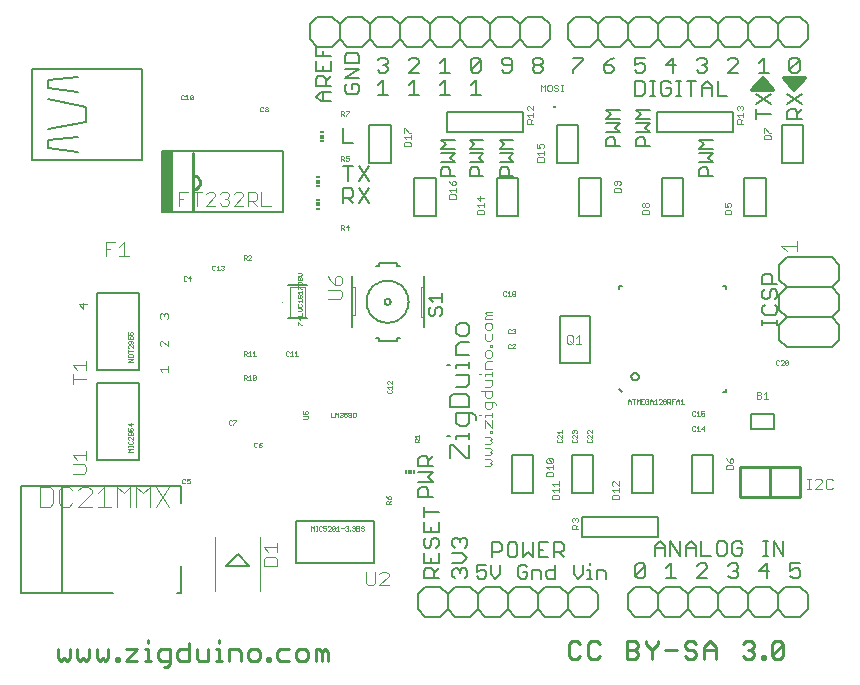
<source format=gto>
G75*
G70*
%OFA0B0*%
%FSLAX24Y24*%
%IPPOS*%
%LPD*%
%AMOC8*
5,1,8,0,0,1.08239X$1,22.5*
%
%ADD10C,0.0050*%
%ADD11C,0.0060*%
%ADD12C,0.0070*%
%ADD13C,0.0110*%
%ADD14C,0.0040*%
%ADD15C,0.0100*%
%ADD16C,0.0120*%
%ADD17C,0.0030*%
%ADD18C,0.0010*%
%ADD19C,0.0020*%
%ADD20R,0.0059X0.0118*%
%ADD21R,0.0118X0.0118*%
%ADD22R,0.0118X0.0059*%
%ADD23C,0.0080*%
%ADD24R,0.0384X0.2047*%
%ADD25C,0.0004*%
%ADD26C,0.0030*%
%ADD27C,0.0000*%
D10*
X000137Y002671D02*
X003197Y002671D01*
X001507Y002681D02*
X001507Y006211D01*
X000137Y006211D01*
X000137Y002671D01*
X001507Y006211D02*
X005447Y006211D01*
X005447Y005671D01*
X005447Y003546D02*
X005447Y002671D01*
X005322Y002671D01*
X015325Y003216D02*
X015400Y003141D01*
X015550Y003141D01*
X015625Y003216D01*
X015625Y003366D01*
X015550Y003441D01*
X015475Y003441D01*
X015325Y003366D01*
X015325Y003591D01*
X015625Y003591D01*
X015785Y003591D02*
X015785Y003291D01*
X015935Y003141D01*
X016086Y003291D01*
X016086Y003591D01*
X016706Y003516D02*
X016706Y003216D01*
X016781Y003141D01*
X016931Y003141D01*
X017006Y003216D01*
X017006Y003366D01*
X016856Y003366D01*
X016706Y003516D02*
X016781Y003591D01*
X016931Y003591D01*
X017006Y003516D01*
X017166Y003441D02*
X017391Y003441D01*
X017467Y003366D01*
X017467Y003141D01*
X017627Y003216D02*
X017627Y003366D01*
X017702Y003441D01*
X017927Y003441D01*
X017927Y003591D02*
X017927Y003141D01*
X017702Y003141D01*
X017627Y003216D01*
X017166Y003141D02*
X017166Y003441D01*
X018547Y003591D02*
X018547Y003291D01*
X018698Y003141D01*
X018848Y003291D01*
X018848Y003591D01*
X019008Y003441D02*
X019083Y003441D01*
X019083Y003141D01*
X019008Y003141D02*
X019158Y003141D01*
X019315Y003141D02*
X019315Y003441D01*
X019540Y003441D01*
X019615Y003366D01*
X019615Y003141D01*
X019083Y003591D02*
X019083Y003666D01*
X018817Y004536D02*
X021376Y004536D01*
X021376Y005205D01*
X018817Y005205D01*
X018817Y004536D01*
X018492Y005991D02*
X019201Y005991D01*
X019201Y007251D01*
X018492Y007251D01*
X018492Y005991D01*
X017201Y005991D02*
X016492Y005991D01*
X016492Y007251D01*
X017201Y007251D01*
X017201Y005991D01*
X020492Y005991D02*
X021201Y005991D01*
X021201Y007251D01*
X020492Y007251D01*
X020492Y005991D01*
X022492Y005991D02*
X022492Y007251D01*
X023201Y007251D01*
X023201Y005991D01*
X022492Y005991D01*
X024453Y008125D02*
X024453Y008617D01*
X025240Y008617D01*
X025240Y008125D01*
X024453Y008125D01*
X023618Y009349D02*
X023520Y009349D01*
X023618Y009349D02*
X023618Y009447D01*
X020472Y009871D02*
X020474Y009893D01*
X020480Y009914D01*
X020489Y009933D01*
X020501Y009951D01*
X020517Y009967D01*
X020534Y009979D01*
X020554Y009988D01*
X020575Y009994D01*
X020597Y009996D01*
X020619Y009994D01*
X020640Y009988D01*
X020659Y009979D01*
X020677Y009967D01*
X020693Y009951D01*
X020705Y009933D01*
X020714Y009914D01*
X020720Y009893D01*
X020722Y009871D01*
X020720Y009849D01*
X020714Y009828D01*
X020705Y009809D01*
X020693Y009791D01*
X020677Y009775D01*
X020660Y009763D01*
X020640Y009754D01*
X020619Y009748D01*
X020597Y009746D01*
X020575Y009748D01*
X020554Y009754D01*
X020534Y009763D01*
X020517Y009775D01*
X020501Y009791D01*
X020489Y009808D01*
X020480Y009828D01*
X020474Y009849D01*
X020472Y009871D01*
X020075Y009447D02*
X020173Y009349D01*
X019089Y010333D02*
X018104Y010333D01*
X018104Y011908D01*
X019089Y011908D01*
X019089Y010333D01*
X020075Y012794D02*
X020075Y012892D01*
X020173Y012892D01*
X019451Y015241D02*
X018742Y015241D01*
X018742Y016501D01*
X019451Y016501D01*
X019451Y015241D01*
X021492Y015241D02*
X022201Y015241D01*
X022201Y016501D01*
X021492Y016501D01*
X021492Y015241D01*
X022740Y016551D02*
X022740Y016776D01*
X022815Y016851D01*
X022965Y016851D01*
X023040Y016776D01*
X023040Y016551D01*
X023190Y016551D02*
X022740Y016551D01*
X022740Y017011D02*
X023190Y017011D01*
X023040Y017161D01*
X023190Y017311D01*
X022740Y017311D01*
X022740Y017471D02*
X022890Y017621D01*
X022740Y017771D01*
X023190Y017771D01*
X023190Y017471D02*
X022740Y017471D01*
X023876Y018036D02*
X021317Y018036D01*
X021317Y018705D01*
X023876Y018705D01*
X023876Y018036D01*
X025492Y018251D02*
X025492Y016991D01*
X026201Y016991D01*
X026201Y018251D01*
X025492Y018251D01*
X024951Y016501D02*
X024242Y016501D01*
X024242Y015241D01*
X024951Y015241D01*
X024951Y016501D01*
X021090Y017551D02*
X020640Y017551D01*
X020640Y017776D01*
X020715Y017851D01*
X020865Y017851D01*
X020940Y017776D01*
X020940Y017551D01*
X021090Y018011D02*
X020640Y018011D01*
X020940Y018161D02*
X021090Y018311D01*
X020640Y018311D01*
X020640Y018471D02*
X020790Y018621D01*
X020640Y018771D01*
X021090Y018771D01*
X021090Y018471D02*
X020640Y018471D01*
X020940Y018161D02*
X021090Y018011D01*
X020090Y018011D02*
X019940Y018161D01*
X020090Y018311D01*
X019640Y018311D01*
X019640Y018471D02*
X019790Y018621D01*
X019640Y018771D01*
X020090Y018771D01*
X020090Y018471D02*
X019640Y018471D01*
X019640Y018011D02*
X020090Y018011D01*
X019865Y017851D02*
X019940Y017776D01*
X019940Y017551D01*
X020090Y017551D02*
X019640Y017551D01*
X019640Y017776D01*
X019715Y017851D01*
X019865Y017851D01*
X018701Y018251D02*
X018701Y016991D01*
X017992Y016991D01*
X017992Y018251D01*
X018701Y018251D01*
X016876Y018036D02*
X014317Y018036D01*
X014317Y018705D01*
X016876Y018705D01*
X016876Y018036D01*
X016540Y017771D02*
X016090Y017771D01*
X016240Y017621D01*
X016090Y017471D01*
X016540Y017471D01*
X016540Y017311D02*
X016390Y017161D01*
X016540Y017011D01*
X016090Y017011D01*
X016165Y016851D02*
X016090Y016776D01*
X016090Y016551D01*
X016540Y016551D01*
X016390Y016551D02*
X016390Y016776D01*
X016315Y016851D01*
X016165Y016851D01*
X015992Y016501D02*
X016701Y016501D01*
X016701Y015241D01*
X015992Y015241D01*
X015992Y016501D01*
X015540Y016551D02*
X015090Y016551D01*
X015090Y016776D01*
X015165Y016851D01*
X015315Y016851D01*
X015390Y016776D01*
X015390Y016551D01*
X015540Y017011D02*
X015090Y017011D01*
X015090Y017311D02*
X015540Y017311D01*
X015390Y017161D01*
X015540Y017011D01*
X015540Y017471D02*
X015090Y017471D01*
X015240Y017621D01*
X015090Y017771D01*
X015540Y017771D01*
X016090Y017311D02*
X016540Y017311D01*
X014580Y017311D02*
X014130Y017311D01*
X014130Y017471D02*
X014280Y017621D01*
X014130Y017771D01*
X014580Y017771D01*
X014580Y017471D02*
X014130Y017471D01*
X014430Y017161D02*
X014580Y017311D01*
X014430Y017161D02*
X014580Y017011D01*
X014130Y017011D01*
X014205Y016851D02*
X014130Y016776D01*
X014130Y016551D01*
X014580Y016551D01*
X014430Y016551D02*
X014430Y016776D01*
X014355Y016851D01*
X014205Y016851D01*
X013951Y016501D02*
X013242Y016501D01*
X013242Y015241D01*
X013951Y015241D01*
X013951Y016501D01*
X012451Y016991D02*
X011742Y016991D01*
X011742Y018251D01*
X012451Y018251D01*
X012451Y016991D01*
X009662Y012930D02*
X009032Y012930D01*
X009032Y011812D02*
X009662Y011812D01*
X013713Y011970D02*
X013789Y011895D01*
X013864Y011895D01*
X013939Y011970D01*
X013939Y012120D01*
X014014Y012195D01*
X014089Y012195D01*
X014164Y012120D01*
X014164Y011970D01*
X014089Y011895D01*
X013713Y011970D02*
X013713Y012120D01*
X013789Y012195D01*
X013864Y012356D02*
X013713Y012506D01*
X014164Y012506D01*
X014164Y012356D02*
X014164Y012656D01*
X023520Y012892D02*
X023618Y012892D01*
X023618Y012794D01*
X004146Y017105D02*
X000504Y017105D01*
X000504Y020136D01*
X004146Y020136D01*
X004146Y017105D01*
X002280Y018371D02*
X001030Y018121D01*
X001030Y017746D02*
X002030Y017871D01*
X002030Y017371D02*
X001030Y017496D01*
X001030Y017746D01*
X001030Y019121D02*
X002280Y018871D01*
X002280Y018371D01*
X002030Y019371D02*
X001030Y019496D01*
X001030Y019746D01*
X002030Y019871D01*
D11*
X009747Y021121D02*
X009747Y021621D01*
X009997Y021871D01*
X010497Y021871D01*
X010747Y021621D01*
X010997Y021871D01*
X011497Y021871D01*
X011747Y021621D01*
X011997Y021871D01*
X012497Y021871D01*
X012747Y021621D01*
X012997Y021871D01*
X013497Y021871D01*
X013747Y021621D01*
X013997Y021871D01*
X014497Y021871D01*
X014747Y021621D01*
X014997Y021871D01*
X015497Y021871D01*
X015747Y021621D01*
X015997Y021871D01*
X016497Y021871D01*
X016747Y021621D01*
X016997Y021871D01*
X017497Y021871D01*
X017747Y021621D01*
X017747Y021121D01*
X017497Y020871D01*
X016997Y020871D01*
X016747Y021121D01*
X016497Y020871D01*
X015997Y020871D01*
X015747Y021121D01*
X015747Y021621D01*
X015747Y021121D02*
X015497Y020871D01*
X014997Y020871D01*
X014747Y021121D01*
X014497Y020871D01*
X013997Y020871D01*
X013747Y021121D01*
X013497Y020871D01*
X012997Y020871D01*
X012747Y021121D01*
X012747Y021621D01*
X012747Y021121D02*
X012497Y020871D01*
X011997Y020871D01*
X011747Y021121D01*
X011497Y020871D01*
X010997Y020871D01*
X010747Y021121D01*
X010497Y020871D01*
X009997Y020871D01*
X009747Y021121D01*
X009963Y020896D02*
X009963Y020568D01*
X010455Y020568D01*
X010455Y020388D02*
X010455Y020061D01*
X009963Y020061D01*
X009963Y020388D01*
X010209Y020224D02*
X010209Y020061D01*
X010209Y019881D02*
X010045Y019881D01*
X009963Y019799D01*
X009963Y019553D01*
X010455Y019553D01*
X010291Y019553D02*
X010291Y019799D01*
X010209Y019881D01*
X010291Y019717D02*
X010455Y019881D01*
X010918Y019813D02*
X011409Y020141D01*
X010918Y020141D01*
X010918Y020321D02*
X010918Y020566D01*
X010999Y020648D01*
X011327Y020648D01*
X011409Y020566D01*
X011409Y020321D01*
X010918Y020321D01*
X010209Y020568D02*
X010209Y020732D01*
X010747Y021121D02*
X010747Y021621D01*
X011747Y021621D02*
X011747Y021121D01*
X012110Y020501D02*
X012277Y020501D01*
X012360Y020418D01*
X012360Y020334D01*
X012277Y020251D01*
X012360Y020167D01*
X012360Y020084D01*
X012277Y020001D01*
X012110Y020001D01*
X012027Y020084D01*
X012193Y020251D02*
X012277Y020251D01*
X012027Y020418D02*
X012110Y020501D01*
X012193Y019751D02*
X012193Y019251D01*
X012027Y019251D02*
X012360Y019251D01*
X012027Y019584D02*
X012193Y019751D01*
X011409Y019813D02*
X010918Y019813D01*
X010999Y019633D02*
X010918Y019551D01*
X010918Y019387D01*
X010999Y019306D01*
X011327Y019306D01*
X011409Y019387D01*
X011409Y019551D01*
X011327Y019633D01*
X011163Y019633D01*
X011163Y019469D01*
X010455Y019373D02*
X010127Y019373D01*
X009963Y019209D01*
X010127Y019046D01*
X010455Y019046D01*
X010209Y019046D02*
X010209Y019373D01*
X010877Y018151D02*
X010877Y017651D01*
X011210Y017651D01*
X011210Y016901D02*
X010877Y016901D01*
X011043Y016901D02*
X011043Y016401D01*
X011127Y016151D02*
X010877Y016151D01*
X010877Y015651D01*
X010877Y015817D02*
X011127Y015817D01*
X011210Y015901D01*
X011210Y016068D01*
X011127Y016151D01*
X011392Y016151D02*
X011726Y015651D01*
X011392Y015651D02*
X011726Y016151D01*
X011726Y016401D02*
X011392Y016901D01*
X011726Y016901D02*
X011392Y016401D01*
X011043Y015817D02*
X011210Y015651D01*
X012047Y013671D02*
X012047Y013571D01*
X011947Y013571D01*
X012047Y013671D02*
X012647Y013671D01*
X012647Y013571D01*
X012747Y013571D01*
X013547Y013221D02*
X013547Y012871D01*
X013547Y011871D01*
X013547Y011521D01*
X012747Y011171D02*
X012647Y011171D01*
X012647Y011071D01*
X012047Y011071D01*
X012047Y011171D01*
X011947Y011171D01*
X011147Y011521D02*
X011147Y011921D01*
X011147Y012871D01*
X011147Y013221D01*
X012247Y012371D02*
X012249Y012391D01*
X012255Y012409D01*
X012264Y012427D01*
X012276Y012442D01*
X012291Y012454D01*
X012309Y012463D01*
X012327Y012469D01*
X012347Y012471D01*
X012367Y012469D01*
X012385Y012463D01*
X012403Y012454D01*
X012418Y012442D01*
X012430Y012427D01*
X012439Y012409D01*
X012445Y012391D01*
X012447Y012371D01*
X012445Y012351D01*
X012439Y012333D01*
X012430Y012315D01*
X012418Y012300D01*
X012403Y012288D01*
X012385Y012279D01*
X012367Y012273D01*
X012347Y012271D01*
X012327Y012273D01*
X012309Y012279D01*
X012291Y012288D01*
X012276Y012300D01*
X012264Y012315D01*
X012255Y012333D01*
X012249Y012351D01*
X012247Y012371D01*
X011647Y012371D02*
X011649Y012423D01*
X011655Y012475D01*
X011665Y012527D01*
X011678Y012577D01*
X011695Y012627D01*
X011716Y012675D01*
X011741Y012721D01*
X011769Y012765D01*
X011800Y012807D01*
X011834Y012847D01*
X011871Y012884D01*
X011911Y012918D01*
X011953Y012949D01*
X011997Y012977D01*
X012043Y013002D01*
X012091Y013023D01*
X012141Y013040D01*
X012191Y013053D01*
X012243Y013063D01*
X012295Y013069D01*
X012347Y013071D01*
X012399Y013069D01*
X012451Y013063D01*
X012503Y013053D01*
X012553Y013040D01*
X012603Y013023D01*
X012651Y013002D01*
X012697Y012977D01*
X012741Y012949D01*
X012783Y012918D01*
X012823Y012884D01*
X012860Y012847D01*
X012894Y012807D01*
X012925Y012765D01*
X012953Y012721D01*
X012978Y012675D01*
X012999Y012627D01*
X013016Y012577D01*
X013029Y012527D01*
X013039Y012475D01*
X013045Y012423D01*
X013047Y012371D01*
X013045Y012319D01*
X013039Y012267D01*
X013029Y012215D01*
X013016Y012165D01*
X012999Y012115D01*
X012978Y012067D01*
X012953Y012021D01*
X012925Y011977D01*
X012894Y011935D01*
X012860Y011895D01*
X012823Y011858D01*
X012783Y011824D01*
X012741Y011793D01*
X012697Y011765D01*
X012651Y011740D01*
X012603Y011719D01*
X012553Y011702D01*
X012503Y011689D01*
X012451Y011679D01*
X012399Y011673D01*
X012347Y011671D01*
X012295Y011673D01*
X012243Y011679D01*
X012191Y011689D01*
X012141Y011702D01*
X012091Y011719D01*
X012043Y011740D01*
X011997Y011765D01*
X011953Y011793D01*
X011911Y011824D01*
X011871Y011858D01*
X011834Y011895D01*
X011800Y011935D01*
X011769Y011977D01*
X011741Y012021D01*
X011716Y012067D01*
X011695Y012115D01*
X011678Y012165D01*
X011665Y012215D01*
X011655Y012267D01*
X011649Y012319D01*
X011647Y012371D01*
X014319Y010265D02*
X014426Y010265D01*
X014640Y010265D02*
X015067Y010265D01*
X015067Y010159D02*
X015067Y010372D01*
X015067Y010588D02*
X014640Y010588D01*
X014640Y010908D01*
X014746Y011015D01*
X015067Y011015D01*
X014960Y011233D02*
X015067Y011339D01*
X015067Y011553D01*
X014960Y011660D01*
X014746Y011660D01*
X014640Y011553D01*
X014640Y011339D01*
X014746Y011233D01*
X014960Y011233D01*
X014640Y010265D02*
X014640Y010159D01*
X014640Y009941D02*
X015067Y009941D01*
X015067Y009621D01*
X014960Y009514D01*
X014640Y009514D01*
X014533Y009296D02*
X014426Y009190D01*
X014426Y008869D01*
X015067Y008869D01*
X015067Y009190D01*
X014960Y009296D01*
X014533Y009296D01*
X014640Y008652D02*
X014640Y008332D01*
X014746Y008225D01*
X014960Y008225D01*
X015067Y008332D01*
X015067Y008652D01*
X015173Y008652D02*
X014640Y008652D01*
X015173Y008652D02*
X015280Y008545D01*
X015280Y008438D01*
X015067Y008009D02*
X015067Y007795D01*
X015067Y007902D02*
X014640Y007902D01*
X014640Y007795D01*
X014426Y007902D02*
X014319Y007902D01*
X014426Y007578D02*
X014533Y007578D01*
X014960Y007151D01*
X015067Y007151D01*
X015067Y007578D01*
X014426Y007578D02*
X014426Y007151D01*
X013877Y007219D02*
X013710Y007052D01*
X013710Y007135D02*
X013710Y006885D01*
X013877Y006885D02*
X013376Y006885D01*
X013376Y007135D01*
X013460Y007219D01*
X013626Y007219D01*
X013710Y007135D01*
X013877Y006703D02*
X013376Y006703D01*
X013376Y006369D02*
X013877Y006369D01*
X013710Y006536D01*
X013877Y006703D01*
X013626Y006187D02*
X013460Y006187D01*
X013376Y006104D01*
X013376Y005854D01*
X013877Y005854D01*
X013710Y005854D02*
X013710Y006104D01*
X013626Y006187D01*
X013554Y005542D02*
X013554Y005208D01*
X013554Y005375D02*
X014055Y005375D01*
X014055Y005026D02*
X014055Y004692D01*
X013554Y004692D01*
X013554Y005026D01*
X013805Y004859D02*
X013805Y004692D01*
X013888Y004510D02*
X013971Y004510D01*
X014055Y004427D01*
X014055Y004260D01*
X013971Y004177D01*
X013805Y004260D02*
X013805Y004427D01*
X013888Y004510D01*
X013638Y004510D02*
X013554Y004427D01*
X013554Y004260D01*
X013638Y004177D01*
X013721Y004177D01*
X013805Y004260D01*
X014055Y003995D02*
X014055Y003661D01*
X013554Y003661D01*
X013554Y003995D01*
X013805Y003828D02*
X013805Y003661D01*
X013805Y003479D02*
X013888Y003396D01*
X013888Y003146D01*
X013888Y003312D02*
X014055Y003479D01*
X013805Y003479D02*
X013638Y003479D01*
X013554Y003396D01*
X013554Y003146D01*
X014055Y003146D01*
X014097Y002871D02*
X014347Y002621D01*
X014597Y002871D01*
X015097Y002871D01*
X015347Y002621D01*
X015347Y002121D01*
X015097Y001871D01*
X014597Y001871D01*
X014347Y002121D01*
X014097Y001871D01*
X013597Y001871D01*
X013347Y002121D01*
X013347Y002621D01*
X013597Y002871D01*
X014097Y002871D01*
X014347Y002621D02*
X014347Y002121D01*
X015347Y002121D02*
X015597Y001871D01*
X016097Y001871D01*
X016347Y002121D01*
X016597Y001871D01*
X017097Y001871D01*
X017347Y002121D01*
X017597Y001871D01*
X018097Y001871D01*
X018347Y002121D01*
X018597Y001871D01*
X019097Y001871D01*
X019347Y002121D01*
X019347Y002621D01*
X019097Y002871D01*
X018597Y002871D01*
X018347Y002621D01*
X018347Y002121D01*
X018347Y002621D02*
X018097Y002871D01*
X017597Y002871D01*
X017347Y002621D01*
X017347Y002121D01*
X017347Y002621D02*
X017097Y002871D01*
X016597Y002871D01*
X016347Y002621D01*
X016347Y002121D01*
X016347Y002621D02*
X016097Y002871D01*
X015597Y002871D01*
X015347Y002621D01*
X014921Y003146D02*
X015005Y003229D01*
X015005Y003396D01*
X014921Y003479D01*
X014838Y003479D01*
X014755Y003396D01*
X014755Y003312D01*
X014755Y003396D02*
X014671Y003479D01*
X014588Y003479D01*
X014504Y003396D01*
X014504Y003229D01*
X014588Y003146D01*
X014504Y003661D02*
X014838Y003661D01*
X015005Y003828D01*
X014838Y003995D01*
X014504Y003995D01*
X014588Y004177D02*
X014504Y004260D01*
X014504Y004427D01*
X014588Y004510D01*
X014671Y004510D01*
X014755Y004427D01*
X014838Y004510D01*
X014921Y004510D01*
X015005Y004427D01*
X015005Y004260D01*
X014921Y004177D01*
X014755Y004344D02*
X014755Y004427D01*
X020347Y002621D02*
X020347Y002121D01*
X020597Y001871D01*
X021097Y001871D01*
X021347Y002121D01*
X021597Y001871D01*
X022097Y001871D01*
X022347Y002121D01*
X022347Y002621D01*
X022097Y002871D01*
X021597Y002871D01*
X021347Y002621D01*
X021347Y002121D01*
X021347Y002621D02*
X021097Y002871D01*
X020597Y002871D01*
X020347Y002621D01*
X020691Y003156D02*
X020607Y003239D01*
X020941Y003573D01*
X020941Y003239D01*
X020857Y003156D01*
X020691Y003156D01*
X020607Y003239D02*
X020607Y003573D01*
X020691Y003656D01*
X020857Y003656D01*
X020941Y003573D01*
X021638Y003489D02*
X021805Y003656D01*
X021805Y003156D01*
X021638Y003156D02*
X021972Y003156D01*
X022347Y002621D02*
X022597Y002871D01*
X023097Y002871D01*
X023347Y002621D01*
X023597Y002871D01*
X024097Y002871D01*
X024347Y002621D01*
X024597Y002871D01*
X025097Y002871D01*
X025347Y002621D01*
X025597Y002871D01*
X026097Y002871D01*
X026347Y002621D01*
X026347Y002121D01*
X026097Y001871D01*
X025597Y001871D01*
X025347Y002121D01*
X025097Y001871D01*
X024597Y001871D01*
X024347Y002121D01*
X024097Y001871D01*
X023597Y001871D01*
X023347Y002121D01*
X023097Y001871D01*
X022597Y001871D01*
X022347Y002121D01*
X023347Y002121D02*
X023347Y002621D01*
X023003Y003156D02*
X022670Y003156D01*
X023003Y003489D01*
X023003Y003573D01*
X022920Y003656D01*
X022753Y003656D01*
X022670Y003573D01*
X023701Y003573D02*
X023784Y003656D01*
X023951Y003656D01*
X024035Y003573D01*
X024035Y003489D01*
X023951Y003406D01*
X024035Y003322D01*
X024035Y003239D01*
X023951Y003156D01*
X023784Y003156D01*
X023701Y003239D01*
X023868Y003406D02*
X023951Y003406D01*
X024732Y003406D02*
X025066Y003406D01*
X024982Y003156D02*
X024982Y003656D01*
X024732Y003406D01*
X025763Y003406D02*
X025930Y003489D01*
X026014Y003489D01*
X026097Y003406D01*
X026097Y003239D01*
X026014Y003156D01*
X025847Y003156D01*
X025763Y003239D01*
X025763Y003406D02*
X025763Y003656D01*
X026097Y003656D01*
X025347Y002621D02*
X025347Y002121D01*
X024347Y002121D02*
X024347Y002621D01*
X025652Y010851D02*
X027152Y010851D01*
X027402Y011101D01*
X027402Y011601D01*
X027152Y011851D01*
X025652Y011851D01*
X025402Y011601D01*
X025402Y011101D01*
X025652Y010851D01*
X025332Y011590D02*
X025332Y011757D01*
X025332Y011674D02*
X024831Y011674D01*
X024831Y011757D02*
X024831Y011590D01*
X024915Y011934D02*
X025248Y011934D01*
X025332Y012017D01*
X025332Y012184D01*
X025248Y012268D01*
X025248Y012450D02*
X025332Y012533D01*
X025332Y012700D01*
X025248Y012783D01*
X025165Y012783D01*
X025082Y012700D01*
X025082Y012533D01*
X024998Y012450D01*
X024915Y012450D01*
X024831Y012533D01*
X024831Y012700D01*
X024915Y012783D01*
X024831Y012965D02*
X024831Y013216D01*
X024915Y013299D01*
X025082Y013299D01*
X025165Y013216D01*
X025165Y012965D01*
X025332Y012965D02*
X024831Y012965D01*
X025402Y013101D02*
X025402Y013601D01*
X025652Y013851D01*
X027152Y013851D01*
X027402Y013601D01*
X027402Y013101D01*
X027152Y012851D01*
X025652Y012851D01*
X025402Y012601D01*
X025402Y012101D01*
X025652Y011851D01*
X024915Y011934D02*
X024831Y012017D01*
X024831Y012184D01*
X024915Y012268D01*
X025652Y012851D02*
X025402Y013101D01*
X027152Y012851D02*
X027402Y012601D01*
X027402Y012101D01*
X027152Y011851D01*
X026167Y018451D02*
X025666Y018451D01*
X025666Y018701D01*
X025750Y018784D01*
X025916Y018784D01*
X026000Y018701D01*
X026000Y018451D01*
X026000Y018617D02*
X026167Y018784D01*
X026167Y018966D02*
X025666Y019300D01*
X025666Y018966D02*
X026167Y019300D01*
X025996Y020001D02*
X025829Y020001D01*
X025745Y020084D01*
X026079Y020418D01*
X026079Y020084D01*
X025996Y020001D01*
X025745Y020084D02*
X025745Y020418D01*
X025829Y020501D01*
X025996Y020501D01*
X026079Y020418D01*
X026097Y020871D02*
X025597Y020871D01*
X025347Y021121D01*
X025097Y020871D01*
X024597Y020871D01*
X024347Y021121D01*
X024347Y021621D01*
X024597Y021871D01*
X025097Y021871D01*
X025347Y021621D01*
X025597Y021871D01*
X026097Y021871D01*
X026347Y021621D01*
X026347Y021121D01*
X026097Y020871D01*
X025347Y021121D02*
X025347Y021621D01*
X024347Y021621D02*
X024097Y021871D01*
X023597Y021871D01*
X023347Y021621D01*
X023097Y021871D01*
X022597Y021871D01*
X022347Y021621D01*
X022097Y021871D01*
X021597Y021871D01*
X021347Y021621D01*
X021347Y021121D01*
X021597Y020871D01*
X022097Y020871D01*
X022347Y021121D01*
X022347Y021621D01*
X022347Y021121D02*
X022597Y020871D01*
X023097Y020871D01*
X023347Y021121D01*
X023347Y021621D01*
X023347Y021121D02*
X023597Y020871D01*
X024097Y020871D01*
X024347Y021121D01*
X023933Y020501D02*
X023766Y020501D01*
X023683Y020418D01*
X023933Y020501D02*
X024016Y020418D01*
X024016Y020334D01*
X023683Y020001D01*
X024016Y020001D01*
X024714Y020001D02*
X025048Y020001D01*
X024881Y020001D02*
X024881Y020501D01*
X024714Y020334D01*
X024614Y019305D02*
X025115Y018971D01*
X025115Y019305D02*
X024614Y018971D01*
X024614Y018789D02*
X024614Y018456D01*
X024614Y018622D02*
X025115Y018622D01*
X022985Y020084D02*
X022902Y020001D01*
X022735Y020001D01*
X022652Y020084D01*
X022818Y020251D02*
X022902Y020251D01*
X022985Y020167D01*
X022985Y020084D01*
X022902Y020251D02*
X022985Y020334D01*
X022985Y020418D01*
X022902Y020501D01*
X022735Y020501D01*
X022652Y020418D01*
X021954Y020251D02*
X021620Y020251D01*
X021871Y020501D01*
X021871Y020001D01*
X020923Y020084D02*
X020839Y020001D01*
X020673Y020001D01*
X020589Y020084D01*
X020589Y020251D02*
X020756Y020334D01*
X020839Y020334D01*
X020923Y020251D01*
X020923Y020084D01*
X020589Y020251D02*
X020589Y020501D01*
X020923Y020501D01*
X021097Y020871D02*
X020597Y020871D01*
X020347Y021121D01*
X020097Y020871D01*
X019597Y020871D01*
X019347Y021121D01*
X019097Y020871D01*
X018597Y020871D01*
X018347Y021121D01*
X018347Y021621D01*
X018597Y021871D01*
X019097Y021871D01*
X019347Y021621D01*
X019597Y021871D01*
X020097Y021871D01*
X020347Y021621D01*
X020597Y021871D01*
X021097Y021871D01*
X021347Y021621D01*
X021347Y021121D02*
X021097Y020871D01*
X020347Y021121D02*
X020347Y021621D01*
X019347Y021621D02*
X019347Y021121D01*
X018860Y020501D02*
X018527Y020501D01*
X018860Y020501D02*
X018860Y020418D01*
X018527Y020084D01*
X018527Y020001D01*
X019558Y020084D02*
X019641Y020001D01*
X019808Y020001D01*
X019891Y020084D01*
X019891Y020167D01*
X019808Y020251D01*
X019558Y020251D01*
X019558Y020084D01*
X019558Y020251D02*
X019725Y020418D01*
X019891Y020501D01*
X017516Y020418D02*
X017516Y020334D01*
X017433Y020251D01*
X017266Y020251D01*
X017183Y020334D01*
X017183Y020418D01*
X017266Y020501D01*
X017433Y020501D01*
X017516Y020418D01*
X017433Y020251D02*
X017516Y020167D01*
X017516Y020084D01*
X017433Y020001D01*
X017266Y020001D01*
X017183Y020084D01*
X017183Y020167D01*
X017266Y020251D01*
X016485Y020251D02*
X016235Y020251D01*
X016152Y020334D01*
X016152Y020418D01*
X016235Y020501D01*
X016402Y020501D01*
X016485Y020418D01*
X016485Y020084D01*
X016402Y020001D01*
X016235Y020001D01*
X016152Y020084D01*
X015454Y020084D02*
X015371Y020001D01*
X015204Y020001D01*
X015120Y020084D01*
X015454Y020418D01*
X015454Y020084D01*
X015120Y020084D02*
X015120Y020418D01*
X015204Y020501D01*
X015371Y020501D01*
X015454Y020418D01*
X015287Y019751D02*
X015287Y019251D01*
X015120Y019251D02*
X015454Y019251D01*
X015120Y019584D02*
X015287Y019751D01*
X014423Y020001D02*
X014089Y020001D01*
X014256Y020001D02*
X014256Y020501D01*
X014089Y020334D01*
X013391Y020334D02*
X013391Y020418D01*
X013308Y020501D01*
X013141Y020501D01*
X013058Y020418D01*
X013391Y020334D02*
X013058Y020001D01*
X013391Y020001D01*
X013225Y019751D02*
X013225Y019251D01*
X013391Y019251D02*
X013058Y019251D01*
X013058Y019584D02*
X013225Y019751D01*
X014089Y019584D02*
X014256Y019751D01*
X014256Y019251D01*
X014089Y019251D02*
X014423Y019251D01*
X014747Y021121D02*
X014747Y021621D01*
X013747Y021621D02*
X013747Y021121D01*
X016747Y021121D02*
X016747Y021621D01*
D12*
X020596Y019732D02*
X020596Y019242D01*
X020841Y019242D01*
X020923Y019323D01*
X020923Y019650D01*
X020841Y019732D01*
X020596Y019732D01*
X021112Y019732D02*
X021275Y019732D01*
X021193Y019732D02*
X021193Y019242D01*
X021112Y019242D02*
X021275Y019242D01*
X021455Y019323D02*
X021537Y019242D01*
X021701Y019242D01*
X021782Y019323D01*
X021782Y019487D01*
X021619Y019487D01*
X021782Y019650D02*
X021701Y019732D01*
X021537Y019732D01*
X021455Y019650D01*
X021455Y019323D01*
X021971Y019242D02*
X022134Y019242D01*
X022053Y019242D02*
X022053Y019732D01*
X022134Y019732D02*
X021971Y019732D01*
X022315Y019732D02*
X022642Y019732D01*
X022478Y019732D02*
X022478Y019242D01*
X022830Y019242D02*
X022830Y019569D01*
X022994Y019732D01*
X023157Y019569D01*
X023157Y019242D01*
X023346Y019242D02*
X023673Y019242D01*
X023346Y019242D02*
X023346Y019732D01*
X023157Y019487D02*
X022830Y019487D01*
X022809Y004389D02*
X022809Y003898D01*
X023136Y003898D01*
X023325Y003980D02*
X023406Y003898D01*
X023570Y003898D01*
X023652Y003980D01*
X023652Y004307D01*
X023570Y004389D01*
X023406Y004389D01*
X023325Y004307D01*
X023325Y003980D01*
X023840Y003980D02*
X023840Y004307D01*
X023922Y004389D01*
X024086Y004389D01*
X024167Y004307D01*
X024167Y004144D02*
X024004Y004144D01*
X024167Y004144D02*
X024167Y003980D01*
X024086Y003898D01*
X023922Y003898D01*
X023840Y003980D01*
X024872Y003898D02*
X025035Y003898D01*
X024953Y003898D02*
X024953Y004389D01*
X024872Y004389D02*
X025035Y004389D01*
X025215Y004389D02*
X025542Y003898D01*
X025542Y004389D01*
X025215Y004389D02*
X025215Y003898D01*
X022620Y003898D02*
X022620Y004225D01*
X022457Y004389D01*
X022293Y004225D01*
X022293Y003898D01*
X022105Y003898D02*
X022105Y004389D01*
X022293Y004144D02*
X022620Y004144D01*
X022105Y003898D02*
X021778Y004389D01*
X021778Y003898D01*
X021589Y003898D02*
X021589Y004225D01*
X021426Y004389D01*
X021262Y004225D01*
X021262Y003898D01*
X021262Y004144D02*
X021589Y004144D01*
X018221Y004101D02*
X018139Y004019D01*
X017894Y004019D01*
X017894Y003856D02*
X017894Y004346D01*
X018139Y004346D01*
X018221Y004264D01*
X018221Y004101D01*
X018058Y004019D02*
X018221Y003856D01*
X017705Y003856D02*
X017379Y003856D01*
X017379Y004346D01*
X017705Y004346D01*
X017542Y004101D02*
X017379Y004101D01*
X017190Y003856D02*
X017190Y004346D01*
X016863Y004346D02*
X016863Y003856D01*
X017026Y004019D01*
X017190Y003856D01*
X016674Y003937D02*
X016674Y004264D01*
X016592Y004346D01*
X016429Y004346D01*
X016347Y004264D01*
X016347Y003937D01*
X016429Y003856D01*
X016592Y003856D01*
X016674Y003937D01*
X016159Y004101D02*
X016077Y004019D01*
X015832Y004019D01*
X015832Y003856D02*
X015832Y004346D01*
X016077Y004346D01*
X016159Y004264D01*
X016159Y004101D01*
D13*
X001459Y000390D02*
X001360Y000489D01*
X001360Y000784D01*
X001557Y000489D02*
X001655Y000390D01*
X001754Y000489D01*
X001754Y000784D01*
X002005Y000784D02*
X002005Y000489D01*
X002103Y000390D01*
X002202Y000489D01*
X002300Y000390D01*
X002398Y000489D01*
X002398Y000784D01*
X002649Y000784D02*
X002649Y000489D01*
X002748Y000390D01*
X002846Y000489D01*
X002944Y000390D01*
X003043Y000489D01*
X003043Y000784D01*
X003294Y000489D02*
X003392Y000489D01*
X003392Y000390D01*
X003294Y000390D01*
X003294Y000489D01*
X003616Y000390D02*
X004010Y000390D01*
X004261Y000390D02*
X004457Y000390D01*
X004359Y000390D02*
X004359Y000784D01*
X004261Y000784D01*
X004359Y000981D02*
X004359Y001079D01*
X004010Y000784D02*
X003616Y000390D01*
X003616Y000784D02*
X004010Y000784D01*
X004690Y000685D02*
X004690Y000489D01*
X004789Y000390D01*
X005084Y000390D01*
X005084Y000292D02*
X005084Y000784D01*
X004789Y000784D01*
X004690Y000685D01*
X005084Y000292D02*
X004985Y000193D01*
X004887Y000193D01*
X005335Y000489D02*
X005335Y000685D01*
X005433Y000784D01*
X005728Y000784D01*
X005728Y000981D02*
X005728Y000390D01*
X005433Y000390D01*
X005335Y000489D01*
X005979Y000489D02*
X006078Y000390D01*
X006373Y000390D01*
X006373Y000784D01*
X006624Y000784D02*
X006722Y000784D01*
X006722Y000390D01*
X006624Y000390D02*
X006821Y000390D01*
X007054Y000390D02*
X007054Y000784D01*
X007349Y000784D01*
X007447Y000685D01*
X007447Y000390D01*
X007698Y000489D02*
X007796Y000390D01*
X007993Y000390D01*
X008092Y000489D01*
X008092Y000685D01*
X007993Y000784D01*
X007796Y000784D01*
X007698Y000685D01*
X007698Y000489D01*
X008343Y000489D02*
X008343Y000390D01*
X008441Y000390D01*
X008441Y000489D01*
X008343Y000489D01*
X008665Y000489D02*
X008763Y000390D01*
X009058Y000390D01*
X009309Y000489D02*
X009408Y000390D01*
X009605Y000390D01*
X009703Y000489D01*
X009703Y000685D01*
X009605Y000784D01*
X009408Y000784D01*
X009309Y000685D01*
X009309Y000489D01*
X009058Y000784D02*
X008763Y000784D01*
X008665Y000685D01*
X008665Y000489D01*
X009954Y000390D02*
X009954Y000784D01*
X010052Y000784D01*
X010151Y000685D01*
X010249Y000784D01*
X010348Y000685D01*
X010348Y000390D01*
X010151Y000390D02*
X010151Y000685D01*
X006722Y000981D02*
X006722Y001079D01*
X005979Y000784D02*
X005979Y000489D01*
X001557Y000489D02*
X001459Y000390D01*
X018380Y000569D02*
X018479Y000470D01*
X018675Y000470D01*
X018774Y000569D01*
X019025Y000569D02*
X019123Y000470D01*
X019320Y000470D01*
X019418Y000569D01*
X019025Y000569D02*
X019025Y000962D01*
X019123Y001061D01*
X019320Y001061D01*
X019418Y000962D01*
X018774Y000962D02*
X018675Y001061D01*
X018479Y001061D01*
X018380Y000962D01*
X018380Y000569D01*
X020314Y000470D02*
X020609Y000470D01*
X020707Y000569D01*
X020707Y000667D01*
X020609Y000765D01*
X020314Y000765D01*
X020314Y000470D02*
X020314Y001061D01*
X020609Y001061D01*
X020707Y000962D01*
X020707Y000864D01*
X020609Y000765D01*
X020958Y000962D02*
X021155Y000765D01*
X021155Y000470D01*
X021155Y000765D02*
X021352Y000962D01*
X021352Y001061D01*
X021603Y000765D02*
X021996Y000765D01*
X022247Y000864D02*
X022247Y000962D01*
X022346Y001061D01*
X022543Y001061D01*
X022641Y000962D01*
X022543Y000765D02*
X022346Y000765D01*
X022247Y000864D01*
X022247Y000569D02*
X022346Y000470D01*
X022543Y000470D01*
X022641Y000569D01*
X022641Y000667D01*
X022543Y000765D01*
X022892Y000765D02*
X023286Y000765D01*
X023286Y000864D02*
X023286Y000470D01*
X023286Y000864D02*
X023089Y001061D01*
X022892Y000864D01*
X022892Y000470D01*
X024181Y000569D02*
X024279Y000470D01*
X024476Y000470D01*
X024575Y000569D01*
X024575Y000667D01*
X024476Y000765D01*
X024378Y000765D01*
X024476Y000765D02*
X024575Y000864D01*
X024575Y000962D01*
X024476Y001061D01*
X024279Y001061D01*
X024181Y000962D01*
X024825Y000569D02*
X024924Y000569D01*
X024924Y000470D01*
X024825Y000470D01*
X024825Y000569D01*
X025148Y000569D02*
X025541Y000962D01*
X025541Y000569D01*
X025443Y000470D01*
X025246Y000470D01*
X025148Y000569D01*
X025148Y000962D01*
X025246Y001061D01*
X025443Y001061D01*
X025541Y000962D01*
X020958Y000962D02*
X020958Y001061D01*
D14*
X026337Y006111D02*
X026457Y006111D01*
X026397Y006111D02*
X026397Y006471D01*
X026337Y006471D02*
X026457Y006471D01*
X026582Y006411D02*
X026642Y006471D01*
X026762Y006471D01*
X026822Y006411D01*
X026822Y006351D01*
X026582Y006111D01*
X026822Y006111D01*
X026950Y006171D02*
X026950Y006411D01*
X027010Y006471D01*
X027131Y006471D01*
X027191Y006411D01*
X027191Y006171D02*
X027131Y006111D01*
X027010Y006111D01*
X026950Y006171D01*
X025987Y014053D02*
X025987Y014395D01*
X025987Y014224D02*
X025476Y014224D01*
X025646Y014053D01*
X012384Y003294D02*
X012307Y003371D01*
X012154Y003371D01*
X012077Y003294D01*
X011924Y003371D02*
X011924Y002987D01*
X011847Y002911D01*
X011693Y002911D01*
X011617Y002987D01*
X011617Y003371D01*
X012077Y002911D02*
X012384Y003218D01*
X012384Y003294D01*
X012384Y002911D02*
X012077Y002911D01*
X008677Y003570D02*
X008677Y003800D01*
X008600Y003877D01*
X008293Y003877D01*
X008216Y003800D01*
X008216Y003570D01*
X008677Y003570D01*
X008677Y004030D02*
X008677Y004337D01*
X008677Y004184D02*
X008216Y004184D01*
X008370Y004030D01*
X008097Y004511D02*
X008097Y002731D01*
X006597Y002731D02*
X006597Y004511D01*
X005062Y005541D02*
X004622Y006201D01*
X004418Y006201D02*
X004418Y005541D01*
X004622Y005541D02*
X005062Y006201D01*
X004418Y006201D02*
X004198Y005981D01*
X003977Y006201D01*
X003977Y005541D01*
X003773Y005541D02*
X003773Y006201D01*
X003553Y005981D01*
X003333Y006201D01*
X003333Y005541D01*
X003129Y005541D02*
X002688Y005541D01*
X002484Y005541D02*
X002044Y005541D01*
X002484Y005981D01*
X002484Y006091D01*
X002374Y006201D01*
X002154Y006201D01*
X002044Y006091D01*
X001840Y006091D02*
X001730Y006201D01*
X001509Y006201D01*
X001399Y006091D01*
X001399Y005651D01*
X001509Y005541D01*
X001730Y005541D01*
X001840Y005651D01*
X001195Y005651D02*
X001195Y006091D01*
X001085Y006201D01*
X000755Y006201D01*
X000755Y005541D01*
X001085Y005541D01*
X001195Y005651D01*
X001846Y006641D02*
X002230Y006641D01*
X002307Y006717D01*
X002307Y006871D01*
X002230Y006948D01*
X001846Y006948D01*
X002000Y007101D02*
X001846Y007254D01*
X002307Y007254D01*
X002307Y007101D02*
X002307Y007408D01*
X002909Y006201D02*
X002909Y005541D01*
X002688Y005981D02*
X002909Y006201D01*
X001846Y009641D02*
X001846Y009948D01*
X001846Y009794D02*
X002307Y009794D01*
X002307Y010101D02*
X002307Y010408D01*
X002307Y010254D02*
X001846Y010254D01*
X002000Y010101D01*
X002186Y012141D02*
X002186Y012328D01*
X002046Y012281D02*
X002186Y012141D01*
X002046Y012281D02*
X002327Y012281D01*
X002946Y013891D02*
X002946Y014351D01*
X003253Y014351D01*
X003406Y014198D02*
X003560Y014351D01*
X003560Y013891D01*
X003713Y013891D02*
X003406Y013891D01*
X003099Y014121D02*
X002946Y014121D01*
X005381Y015573D02*
X005381Y016033D01*
X005688Y016033D01*
X005842Y016033D02*
X006148Y016033D01*
X005995Y016033D02*
X005995Y015573D01*
X006302Y015573D02*
X006609Y015880D01*
X006609Y015957D01*
X006532Y016033D01*
X006379Y016033D01*
X006302Y015957D01*
X006302Y015573D02*
X006609Y015573D01*
X006762Y015650D02*
X006839Y015573D01*
X006992Y015573D01*
X007069Y015650D01*
X007069Y015726D01*
X006992Y015803D01*
X006916Y015803D01*
X006992Y015803D02*
X007069Y015880D01*
X007069Y015957D01*
X006992Y016033D01*
X006839Y016033D01*
X006762Y015957D01*
X007223Y015957D02*
X007299Y016033D01*
X007453Y016033D01*
X007530Y015957D01*
X007530Y015880D01*
X007223Y015573D01*
X007530Y015573D01*
X007683Y015573D02*
X007683Y016033D01*
X007913Y016033D01*
X007990Y015957D01*
X007990Y015803D01*
X007913Y015726D01*
X007683Y015726D01*
X007836Y015726D02*
X007990Y015573D01*
X008143Y015573D02*
X008450Y015573D01*
X008143Y015573D02*
X008143Y016033D01*
X005535Y015803D02*
X005381Y015803D01*
X004980Y011979D02*
X005027Y011933D01*
X005027Y011839D01*
X004980Y011793D01*
X004886Y011886D02*
X004886Y011933D01*
X004933Y011979D01*
X004980Y011979D01*
X004886Y011933D02*
X004840Y011979D01*
X004793Y011979D01*
X004746Y011933D01*
X004746Y011839D01*
X004793Y011793D01*
X004797Y011069D02*
X004750Y011023D01*
X004750Y010929D01*
X004797Y010883D01*
X004797Y011069D02*
X004844Y011069D01*
X005030Y010883D01*
X005030Y011069D01*
X005027Y010218D02*
X005027Y010031D01*
X005027Y010125D02*
X004746Y010125D01*
X004840Y010031D01*
X010366Y012470D02*
X010750Y012470D01*
X010827Y012547D01*
X010827Y012700D01*
X010750Y012777D01*
X010366Y012777D01*
X010596Y012930D02*
X010596Y013160D01*
X010673Y013237D01*
X010750Y013237D01*
X010827Y013160D01*
X010827Y013007D01*
X010750Y012930D01*
X010596Y012930D01*
X010443Y013084D01*
X010366Y013237D01*
D15*
X005847Y015421D02*
X005847Y017321D01*
X005897Y016571D02*
X005925Y016566D01*
X005953Y016557D01*
X005979Y016545D01*
X006003Y016530D01*
X006025Y016512D01*
X006045Y016491D01*
X006062Y016468D01*
X006076Y016443D01*
X006087Y016417D01*
X006094Y016389D01*
X006098Y016360D01*
X006098Y016332D01*
X006094Y016303D01*
X006087Y016275D01*
X006076Y016249D01*
X006062Y016224D01*
X006045Y016201D01*
X006025Y016180D01*
X006003Y016162D01*
X005979Y016147D01*
X005953Y016135D01*
X005925Y016126D01*
X005897Y016121D01*
X024097Y006871D02*
X024097Y005871D01*
X025097Y005871D01*
X025097Y006871D01*
X026097Y006871D02*
X026097Y005871D01*
X025097Y005871D01*
X024097Y006871D02*
X026097Y006871D01*
D16*
X025897Y019421D02*
X026247Y019821D01*
X025547Y019821D01*
X025897Y019421D01*
X025897Y019521D02*
X025747Y019821D01*
X025947Y019821D01*
X025897Y019721D02*
X025897Y019671D01*
X025897Y019521D02*
X026097Y019721D01*
X025697Y019721D01*
X025197Y019421D02*
X024847Y019821D01*
X024497Y019421D01*
X025197Y019421D01*
X024997Y019521D02*
X024697Y019521D01*
X024897Y019671D01*
X024847Y019771D02*
X024997Y019521D01*
X024847Y019771D02*
X024647Y019571D01*
D17*
X015832Y012043D02*
X015646Y012043D01*
X015585Y011982D01*
X015646Y011920D01*
X015832Y011920D01*
X015832Y011796D02*
X015585Y011796D01*
X015585Y011858D01*
X015646Y011920D01*
X015646Y011675D02*
X015585Y011613D01*
X015585Y011490D01*
X015646Y011428D01*
X015770Y011428D01*
X015832Y011490D01*
X015832Y011613D01*
X015770Y011675D01*
X015646Y011675D01*
X015585Y011307D02*
X015585Y011121D01*
X015646Y011060D01*
X015770Y011060D01*
X015832Y011121D01*
X015832Y011307D01*
X015832Y010937D02*
X015832Y010876D01*
X015770Y010876D01*
X015770Y010937D01*
X015832Y010937D01*
X015770Y010754D02*
X015646Y010754D01*
X015585Y010692D01*
X015585Y010569D01*
X015646Y010507D01*
X015770Y010507D01*
X015832Y010569D01*
X015832Y010692D01*
X015770Y010754D01*
X015832Y010386D02*
X015646Y010386D01*
X015585Y010324D01*
X015585Y010139D01*
X015832Y010139D01*
X015832Y010017D02*
X015832Y009894D01*
X015832Y009955D02*
X015585Y009955D01*
X015585Y009894D01*
X015585Y009772D02*
X015832Y009772D01*
X015832Y009587D01*
X015770Y009525D01*
X015585Y009525D01*
X015585Y009404D02*
X015585Y009219D01*
X015646Y009157D01*
X015770Y009157D01*
X015832Y009219D01*
X015832Y009404D01*
X015461Y009404D01*
X015585Y009035D02*
X015585Y008850D01*
X015646Y008789D01*
X015770Y008789D01*
X015832Y008850D01*
X015832Y009035D01*
X015893Y009035D02*
X015955Y008974D01*
X015955Y008912D01*
X015893Y009035D02*
X015585Y009035D01*
X015585Y008605D02*
X015832Y008605D01*
X015832Y008666D02*
X015832Y008543D01*
X015832Y008422D02*
X015832Y008175D01*
X015585Y008422D01*
X015585Y008175D01*
X015770Y008052D02*
X015832Y008052D01*
X015832Y007991D01*
X015770Y007991D01*
X015770Y008052D01*
X015770Y007869D02*
X015585Y007869D01*
X015770Y007869D02*
X015832Y007807D01*
X015770Y007746D01*
X015832Y007684D01*
X015770Y007622D01*
X015585Y007622D01*
X015585Y007501D02*
X015770Y007501D01*
X015832Y007439D01*
X015770Y007377D01*
X015832Y007316D01*
X015770Y007254D01*
X015585Y007254D01*
X015585Y007133D02*
X015770Y007133D01*
X015832Y007071D01*
X015770Y007009D01*
X015832Y006947D01*
X015770Y006886D01*
X015585Y006886D01*
X015585Y008543D02*
X015585Y008605D01*
X015461Y008605D02*
X015400Y008605D01*
X015400Y009955D02*
X015461Y009955D01*
X018324Y011025D02*
X018373Y010976D01*
X018469Y010976D01*
X018518Y011025D01*
X018518Y011218D01*
X018469Y011266D01*
X018373Y011266D01*
X018324Y011218D01*
X018324Y011025D01*
X018421Y011073D02*
X018518Y010976D01*
X018619Y010976D02*
X018812Y010976D01*
X018716Y010976D02*
X018716Y011266D01*
X018619Y011170D01*
D18*
X016604Y011341D02*
X016579Y011316D01*
X016529Y011316D01*
X016504Y011341D01*
X016457Y011341D02*
X016432Y011316D01*
X016382Y011316D01*
X016357Y011341D01*
X016357Y011441D01*
X016382Y011466D01*
X016432Y011466D01*
X016457Y011441D01*
X016504Y011441D02*
X016529Y011466D01*
X016579Y011466D01*
X016604Y011441D01*
X016604Y011416D01*
X016579Y011391D01*
X016604Y011366D01*
X016604Y011341D01*
X016579Y011391D02*
X016554Y011391D01*
X016529Y010966D02*
X016504Y010941D01*
X016529Y010966D02*
X016579Y010966D01*
X016604Y010941D01*
X016604Y010916D01*
X016504Y010816D01*
X016604Y010816D01*
X016457Y010841D02*
X016432Y010816D01*
X016382Y010816D01*
X016357Y010841D01*
X016357Y010941D01*
X016382Y010966D01*
X016432Y010966D01*
X016457Y010941D01*
X016457Y012566D02*
X016357Y012566D01*
X016407Y012566D02*
X016407Y012716D01*
X016357Y012666D01*
X016310Y012691D02*
X016285Y012716D01*
X016235Y012716D01*
X016210Y012691D01*
X016210Y012591D01*
X016235Y012566D01*
X016285Y012566D01*
X016310Y012591D01*
X016504Y012591D02*
X016504Y012616D01*
X016529Y012641D01*
X016579Y012641D01*
X016604Y012616D01*
X016604Y012591D01*
X016579Y012566D01*
X016529Y012566D01*
X016504Y012591D01*
X016529Y012641D02*
X016504Y012666D01*
X016504Y012691D01*
X016529Y012716D01*
X016579Y012716D01*
X016604Y012691D01*
X016604Y012666D01*
X016579Y012641D01*
X012492Y009720D02*
X012492Y009620D01*
X012392Y009720D01*
X012367Y009720D01*
X012341Y009695D01*
X012341Y009645D01*
X012367Y009620D01*
X012341Y009523D02*
X012492Y009523D01*
X012492Y009473D02*
X012492Y009573D01*
X012392Y009473D02*
X012341Y009523D01*
X012367Y009426D02*
X012341Y009401D01*
X012341Y009351D01*
X012367Y009326D01*
X012467Y009326D01*
X012492Y009351D01*
X012492Y009401D01*
X012467Y009426D01*
X011288Y008651D02*
X011288Y008551D01*
X011263Y008526D01*
X011188Y008526D01*
X011188Y008676D01*
X011263Y008676D01*
X011288Y008651D01*
X011141Y008651D02*
X011141Y008626D01*
X011116Y008601D01*
X011066Y008601D01*
X011041Y008626D01*
X011041Y008651D01*
X011066Y008676D01*
X011116Y008676D01*
X011141Y008651D01*
X011116Y008601D02*
X011141Y008576D01*
X011141Y008551D01*
X011116Y008526D01*
X011066Y008526D01*
X011041Y008551D01*
X011041Y008576D01*
X011066Y008601D01*
X010994Y008601D02*
X010994Y008551D01*
X010969Y008526D01*
X010919Y008526D01*
X010894Y008551D01*
X010846Y008551D02*
X010821Y008526D01*
X010771Y008526D01*
X010746Y008551D01*
X010699Y008526D02*
X010699Y008676D01*
X010649Y008626D01*
X010599Y008676D01*
X010599Y008526D01*
X010552Y008526D02*
X010452Y008526D01*
X010452Y008676D01*
X010746Y008651D02*
X010771Y008676D01*
X010821Y008676D01*
X010846Y008651D01*
X010846Y008626D01*
X010821Y008601D01*
X010846Y008576D01*
X010846Y008551D01*
X010821Y008601D02*
X010796Y008601D01*
X010894Y008601D02*
X010944Y008626D01*
X010969Y008626D01*
X010994Y008601D01*
X010994Y008676D02*
X010894Y008676D01*
X010894Y008601D01*
X009692Y008648D02*
X009667Y008623D01*
X009692Y008648D02*
X009692Y008698D01*
X009667Y008723D01*
X009617Y008723D01*
X009592Y008698D01*
X009592Y008673D01*
X009617Y008623D01*
X009541Y008623D01*
X009541Y008723D01*
X009541Y008576D02*
X009667Y008576D01*
X009692Y008551D01*
X009692Y008501D01*
X009667Y008476D01*
X009541Y008476D01*
X008149Y007676D02*
X008099Y007651D01*
X008049Y007601D01*
X008124Y007601D01*
X008149Y007576D01*
X008149Y007551D01*
X008124Y007526D01*
X008074Y007526D01*
X008049Y007551D01*
X008049Y007601D01*
X008002Y007651D02*
X007977Y007676D01*
X007927Y007676D01*
X007902Y007651D01*
X007902Y007551D01*
X007927Y007526D01*
X007977Y007526D01*
X008002Y007551D01*
X007204Y008266D02*
X007204Y008291D01*
X007304Y008391D01*
X007304Y008416D01*
X007204Y008416D01*
X007157Y008391D02*
X007132Y008416D01*
X007082Y008416D01*
X007057Y008391D01*
X007057Y008291D01*
X007082Y008266D01*
X007132Y008266D01*
X007157Y008291D01*
X007552Y009776D02*
X007552Y009926D01*
X007627Y009926D01*
X007652Y009901D01*
X007652Y009851D01*
X007627Y009826D01*
X007552Y009826D01*
X007602Y009826D02*
X007652Y009776D01*
X007699Y009776D02*
X007799Y009776D01*
X007749Y009776D02*
X007749Y009926D01*
X007699Y009876D01*
X007846Y009901D02*
X007871Y009926D01*
X007921Y009926D01*
X007946Y009901D01*
X007846Y009801D01*
X007871Y009776D01*
X007921Y009776D01*
X007946Y009801D01*
X007946Y009901D01*
X007846Y009901D02*
X007846Y009801D01*
X007846Y010576D02*
X007946Y010576D01*
X007896Y010576D02*
X007896Y010726D01*
X007846Y010676D01*
X007749Y010726D02*
X007749Y010576D01*
X007699Y010576D02*
X007799Y010576D01*
X007699Y010676D02*
X007749Y010726D01*
X007652Y010701D02*
X007652Y010651D01*
X007627Y010626D01*
X007552Y010626D01*
X007602Y010626D02*
X007652Y010576D01*
X007552Y010576D02*
X007552Y010726D01*
X007627Y010726D01*
X007652Y010701D01*
X008960Y010691D02*
X008960Y010591D01*
X008985Y010566D01*
X009035Y010566D01*
X009060Y010591D01*
X009107Y010566D02*
X009207Y010566D01*
X009254Y010566D02*
X009354Y010566D01*
X009304Y010566D02*
X009304Y010716D01*
X009254Y010666D01*
X009157Y010716D02*
X009157Y010566D01*
X009107Y010666D02*
X009157Y010716D01*
X009060Y010691D02*
X009035Y010716D01*
X008985Y010716D01*
X008960Y010691D01*
X009351Y011608D02*
X009351Y011708D01*
X009377Y011708D01*
X009477Y011608D01*
X009502Y011608D01*
X009427Y011755D02*
X009351Y011830D01*
X009502Y011830D01*
X009502Y011902D02*
X009502Y012003D01*
X009452Y012050D02*
X009502Y012100D01*
X009452Y012150D01*
X009351Y012150D01*
X009377Y012197D02*
X009351Y012222D01*
X009351Y012272D01*
X009377Y012297D01*
X009402Y012344D02*
X009351Y012394D01*
X009502Y012394D01*
X009502Y012344D02*
X009502Y012445D01*
X009477Y012492D02*
X009502Y012517D01*
X009502Y012567D01*
X009477Y012592D01*
X009427Y012592D01*
X009427Y012542D01*
X009377Y012492D02*
X009477Y012492D01*
X009377Y012492D02*
X009351Y012517D01*
X009351Y012567D01*
X009377Y012592D01*
X009402Y012639D02*
X009351Y012689D01*
X009502Y012689D01*
X009502Y012639D02*
X009502Y012739D01*
X009502Y012786D02*
X009477Y012786D01*
X009377Y012886D01*
X009351Y012886D01*
X009351Y012786D01*
X009351Y012934D02*
X009351Y013009D01*
X009377Y013034D01*
X009477Y013034D01*
X009502Y013009D01*
X009502Y012934D01*
X009351Y012934D01*
X009351Y013081D02*
X009351Y013156D01*
X009377Y013181D01*
X009402Y013181D01*
X009427Y013156D01*
X009427Y013081D01*
X009502Y013081D02*
X009502Y013156D01*
X009477Y013181D01*
X009452Y013181D01*
X009427Y013156D01*
X009452Y013228D02*
X009502Y013278D01*
X009452Y013328D01*
X009351Y013328D01*
X009351Y013228D02*
X009452Y013228D01*
X009502Y013081D02*
X009351Y013081D01*
X009477Y012297D02*
X009502Y012272D01*
X009502Y012222D01*
X009477Y012197D01*
X009377Y012197D01*
X009351Y012050D02*
X009452Y012050D01*
X009502Y011902D02*
X009351Y011902D01*
X009427Y011855D02*
X009427Y011755D01*
X007799Y013776D02*
X007699Y013776D01*
X007799Y013876D01*
X007799Y013901D01*
X007774Y013926D01*
X007724Y013926D01*
X007699Y013901D01*
X007652Y013901D02*
X007652Y013851D01*
X007627Y013826D01*
X007552Y013826D01*
X007602Y013826D02*
X007652Y013776D01*
X007552Y013776D02*
X007552Y013926D01*
X007627Y013926D01*
X007652Y013901D01*
X006896Y013551D02*
X006896Y013526D01*
X006871Y013501D01*
X006896Y013476D01*
X006896Y013451D01*
X006871Y013426D01*
X006821Y013426D01*
X006796Y013451D01*
X006749Y013426D02*
X006649Y013426D01*
X006699Y013426D02*
X006699Y013576D01*
X006649Y013526D01*
X006602Y013551D02*
X006577Y013576D01*
X006527Y013576D01*
X006502Y013551D01*
X006502Y013451D01*
X006527Y013426D01*
X006577Y013426D01*
X006602Y013451D01*
X006796Y013551D02*
X006821Y013576D01*
X006871Y013576D01*
X006896Y013551D01*
X006871Y013501D02*
X006846Y013501D01*
X005799Y013151D02*
X005699Y013151D01*
X005774Y013226D01*
X005774Y013076D01*
X005652Y013101D02*
X005627Y013076D01*
X005577Y013076D01*
X005552Y013101D01*
X005552Y013201D01*
X005577Y013226D01*
X005627Y013226D01*
X005652Y013201D01*
X003837Y011360D02*
X003862Y011335D01*
X003862Y011285D01*
X003837Y011260D01*
X003837Y011212D02*
X003862Y011187D01*
X003862Y011137D01*
X003837Y011112D01*
X003837Y011065D02*
X003737Y011065D01*
X003711Y011040D01*
X003711Y010990D01*
X003737Y010965D01*
X003762Y010965D01*
X003787Y010990D01*
X003787Y011065D01*
X003787Y011112D02*
X003762Y011162D01*
X003762Y011187D01*
X003787Y011212D01*
X003837Y011212D01*
X003787Y011260D02*
X003762Y011310D01*
X003762Y011335D01*
X003787Y011360D01*
X003837Y011360D01*
X003787Y011260D02*
X003711Y011260D01*
X003711Y011360D01*
X003711Y011212D02*
X003711Y011112D01*
X003787Y011112D01*
X003837Y011065D02*
X003862Y011040D01*
X003862Y010990D01*
X003837Y010965D01*
X003862Y010918D02*
X003862Y010818D01*
X003762Y010918D01*
X003737Y010918D01*
X003711Y010893D01*
X003711Y010843D01*
X003737Y010818D01*
X003711Y010770D02*
X003711Y010670D01*
X003711Y010720D02*
X003862Y010720D01*
X003837Y010623D02*
X003737Y010623D01*
X003711Y010598D01*
X003711Y010523D01*
X003862Y010523D01*
X003862Y010598D01*
X003837Y010623D01*
X003862Y010476D02*
X003711Y010476D01*
X003711Y010376D02*
X003862Y010476D01*
X003862Y010376D02*
X003711Y010376D01*
X003787Y008311D02*
X003787Y008211D01*
X003711Y008286D01*
X003862Y008286D01*
X003837Y008163D02*
X003862Y008138D01*
X003862Y008088D01*
X003837Y008063D01*
X003837Y008016D02*
X003737Y008016D01*
X003711Y007991D01*
X003711Y007941D01*
X003737Y007916D01*
X003762Y007916D01*
X003787Y007941D01*
X003787Y008016D01*
X003787Y008063D02*
X003762Y008113D01*
X003762Y008138D01*
X003787Y008163D01*
X003837Y008163D01*
X003787Y008063D02*
X003711Y008063D01*
X003711Y008163D01*
X003837Y008016D02*
X003862Y007991D01*
X003862Y007941D01*
X003837Y007916D01*
X003862Y007869D02*
X003862Y007769D01*
X003762Y007869D01*
X003737Y007869D01*
X003711Y007844D01*
X003711Y007794D01*
X003737Y007769D01*
X003737Y007721D02*
X003711Y007696D01*
X003711Y007646D01*
X003737Y007621D01*
X003837Y007621D01*
X003862Y007646D01*
X003862Y007696D01*
X003837Y007721D01*
X003862Y007573D02*
X003862Y007523D01*
X003862Y007548D02*
X003711Y007548D01*
X003711Y007523D02*
X003711Y007573D01*
X003711Y007476D02*
X003862Y007476D01*
X003862Y007376D02*
X003711Y007376D01*
X003762Y007426D01*
X003711Y007476D01*
X005507Y006441D02*
X005507Y006341D01*
X005532Y006316D01*
X005582Y006316D01*
X005607Y006341D01*
X005654Y006341D02*
X005679Y006316D01*
X005729Y006316D01*
X005754Y006341D01*
X005754Y006391D01*
X005729Y006416D01*
X005704Y006416D01*
X005654Y006391D01*
X005654Y006466D01*
X005754Y006466D01*
X005607Y006441D02*
X005582Y006466D01*
X005532Y006466D01*
X005507Y006441D01*
X009809Y004886D02*
X009859Y004836D01*
X009909Y004886D01*
X009909Y004736D01*
X009956Y004736D02*
X010007Y004736D01*
X009981Y004736D02*
X009981Y004886D01*
X009956Y004886D02*
X010007Y004886D01*
X010055Y004861D02*
X010055Y004761D01*
X010080Y004736D01*
X010130Y004736D01*
X010155Y004761D01*
X010202Y004761D02*
X010227Y004736D01*
X010277Y004736D01*
X010302Y004761D01*
X010302Y004811D01*
X010277Y004836D01*
X010252Y004836D01*
X010202Y004811D01*
X010202Y004886D01*
X010302Y004886D01*
X010349Y004861D02*
X010374Y004886D01*
X010424Y004886D01*
X010449Y004861D01*
X010449Y004836D01*
X010349Y004736D01*
X010449Y004736D01*
X010497Y004761D02*
X010597Y004861D01*
X010597Y004761D01*
X010572Y004736D01*
X010522Y004736D01*
X010497Y004761D01*
X010497Y004861D01*
X010522Y004886D01*
X010572Y004886D01*
X010597Y004861D01*
X010644Y004836D02*
X010694Y004886D01*
X010694Y004736D01*
X010644Y004736D02*
X010744Y004736D01*
X010791Y004811D02*
X010891Y004811D01*
X010939Y004861D02*
X010964Y004886D01*
X011014Y004886D01*
X011039Y004861D01*
X011039Y004836D01*
X011014Y004811D01*
X011039Y004786D01*
X011039Y004761D01*
X011014Y004736D01*
X010964Y004736D01*
X010939Y004761D01*
X010989Y004811D02*
X011014Y004811D01*
X011086Y004761D02*
X011111Y004761D01*
X011111Y004736D01*
X011086Y004736D01*
X011086Y004761D01*
X011160Y004761D02*
X011185Y004736D01*
X011235Y004736D01*
X011260Y004761D01*
X011260Y004786D01*
X011235Y004811D01*
X011210Y004811D01*
X011235Y004811D02*
X011260Y004836D01*
X011260Y004861D01*
X011235Y004886D01*
X011185Y004886D01*
X011160Y004861D01*
X011307Y004886D02*
X011382Y004886D01*
X011407Y004861D01*
X011407Y004836D01*
X011382Y004811D01*
X011307Y004811D01*
X011307Y004736D02*
X011307Y004886D01*
X011382Y004811D02*
X011407Y004786D01*
X011407Y004761D01*
X011382Y004736D01*
X011307Y004736D01*
X011454Y004761D02*
X011479Y004736D01*
X011529Y004736D01*
X011554Y004761D01*
X011554Y004786D01*
X011529Y004811D01*
X011479Y004811D01*
X011454Y004836D01*
X011454Y004861D01*
X011479Y004886D01*
X011529Y004886D01*
X011554Y004861D01*
X012301Y005631D02*
X012301Y005706D01*
X012327Y005731D01*
X012377Y005731D01*
X012402Y005706D01*
X012402Y005631D01*
X012452Y005631D02*
X012301Y005631D01*
X012402Y005681D02*
X012452Y005731D01*
X012427Y005778D02*
X012452Y005803D01*
X012452Y005853D01*
X012427Y005878D01*
X012402Y005878D01*
X012377Y005853D01*
X012377Y005778D01*
X012427Y005778D01*
X012377Y005778D02*
X012327Y005828D01*
X012301Y005878D01*
X013251Y007681D02*
X013251Y007756D01*
X013277Y007781D01*
X013327Y007781D01*
X013352Y007756D01*
X013352Y007681D01*
X013402Y007681D02*
X013251Y007681D01*
X013352Y007731D02*
X013402Y007781D01*
X013402Y007828D02*
X013402Y007928D01*
X013402Y007878D02*
X013251Y007878D01*
X013302Y007828D01*
X010155Y004861D02*
X010130Y004886D01*
X010080Y004886D01*
X010055Y004861D01*
X009809Y004886D02*
X009809Y004736D01*
X018001Y007709D02*
X018027Y007684D01*
X018127Y007684D01*
X018152Y007709D01*
X018152Y007759D01*
X018127Y007784D01*
X018152Y007831D02*
X018052Y007931D01*
X018027Y007931D01*
X018001Y007906D01*
X018001Y007856D01*
X018027Y007831D01*
X018027Y007784D02*
X018001Y007759D01*
X018001Y007709D01*
X018152Y007831D02*
X018152Y007931D01*
X018152Y007978D02*
X018152Y008078D01*
X018152Y008028D02*
X018001Y008028D01*
X018052Y007978D01*
X018501Y008003D02*
X018501Y008053D01*
X018527Y008078D01*
X018552Y008078D01*
X018577Y008053D01*
X018602Y008078D01*
X018627Y008078D01*
X018652Y008053D01*
X018652Y008003D01*
X018627Y007978D01*
X018652Y007931D02*
X018652Y007831D01*
X018552Y007931D01*
X018527Y007931D01*
X018501Y007906D01*
X018501Y007856D01*
X018527Y007831D01*
X018527Y007784D02*
X018501Y007759D01*
X018501Y007709D01*
X018527Y007684D01*
X018627Y007684D01*
X018652Y007709D01*
X018652Y007759D01*
X018627Y007784D01*
X018527Y007978D02*
X018501Y008003D01*
X018577Y008028D02*
X018577Y008053D01*
X019001Y008053D02*
X019001Y008003D01*
X019027Y007978D01*
X019027Y007931D02*
X019001Y007906D01*
X019001Y007856D01*
X019027Y007831D01*
X019027Y007784D02*
X019001Y007759D01*
X019001Y007709D01*
X019027Y007684D01*
X019127Y007684D01*
X019152Y007709D01*
X019152Y007759D01*
X019127Y007784D01*
X019152Y007831D02*
X019052Y007931D01*
X019027Y007931D01*
X019152Y007931D02*
X019152Y007831D01*
X019152Y007978D02*
X019052Y008078D01*
X019027Y008078D01*
X019001Y008053D01*
X019152Y008078D02*
X019152Y007978D01*
X020352Y008976D02*
X020352Y009076D01*
X020402Y009126D01*
X020452Y009076D01*
X020452Y008976D01*
X020452Y009051D02*
X020352Y009051D01*
X020499Y009126D02*
X020599Y009126D01*
X020646Y009126D02*
X020696Y009076D01*
X020746Y009126D01*
X020746Y008976D01*
X020794Y008976D02*
X020894Y008976D01*
X020941Y009001D02*
X020966Y008976D01*
X021016Y008976D01*
X021041Y009001D01*
X021041Y009051D01*
X020991Y009051D01*
X021041Y009101D02*
X021016Y009126D01*
X020966Y009126D01*
X020941Y009101D01*
X020941Y009001D01*
X020844Y009051D02*
X020794Y009051D01*
X020794Y009126D02*
X020794Y008976D01*
X020646Y008976D02*
X020646Y009126D01*
X020549Y009126D02*
X020549Y008976D01*
X020794Y009126D02*
X020894Y009126D01*
X021088Y009076D02*
X021088Y008976D01*
X021088Y009051D02*
X021188Y009051D01*
X021188Y009076D02*
X021188Y008976D01*
X021236Y008976D02*
X021336Y008976D01*
X021383Y008976D02*
X021483Y009076D01*
X021483Y009101D01*
X021458Y009126D01*
X021408Y009126D01*
X021383Y009101D01*
X021286Y009126D02*
X021286Y008976D01*
X021383Y008976D02*
X021483Y008976D01*
X021530Y009001D02*
X021530Y009026D01*
X021555Y009051D01*
X021605Y009051D01*
X021630Y009026D01*
X021630Y009001D01*
X021605Y008976D01*
X021555Y008976D01*
X021530Y009001D01*
X021555Y009051D02*
X021530Y009076D01*
X021530Y009101D01*
X021555Y009126D01*
X021605Y009126D01*
X021630Y009101D01*
X021630Y009076D01*
X021605Y009051D01*
X021678Y009026D02*
X021753Y009026D01*
X021778Y009051D01*
X021778Y009101D01*
X021753Y009126D01*
X021678Y009126D01*
X021678Y008976D01*
X021728Y009026D02*
X021778Y008976D01*
X021825Y008976D02*
X021825Y009126D01*
X021925Y009126D01*
X021972Y009076D02*
X022022Y009126D01*
X022072Y009076D01*
X022072Y008976D01*
X022119Y008976D02*
X022220Y008976D01*
X022170Y008976D02*
X022170Y009126D01*
X022119Y009076D01*
X022072Y009051D02*
X021972Y009051D01*
X021972Y009076D02*
X021972Y008976D01*
X021875Y009051D02*
X021825Y009051D01*
X021286Y009126D02*
X021236Y009076D01*
X021188Y009076D02*
X021138Y009126D01*
X021088Y009076D01*
X022510Y008691D02*
X022510Y008591D01*
X022535Y008566D01*
X022585Y008566D01*
X022610Y008591D01*
X022657Y008566D02*
X022757Y008566D01*
X022707Y008566D02*
X022707Y008716D01*
X022657Y008666D01*
X022610Y008691D02*
X022585Y008716D01*
X022535Y008716D01*
X022510Y008691D01*
X022804Y008716D02*
X022804Y008641D01*
X022854Y008666D01*
X022879Y008666D01*
X022904Y008641D01*
X022904Y008591D01*
X022879Y008566D01*
X022829Y008566D01*
X022804Y008591D01*
X022804Y008716D02*
X022904Y008716D01*
X022879Y008216D02*
X022804Y008141D01*
X022904Y008141D01*
X022879Y008066D02*
X022879Y008216D01*
X022707Y008216D02*
X022707Y008066D01*
X022657Y008066D02*
X022757Y008066D01*
X022657Y008166D02*
X022707Y008216D01*
X022610Y008191D02*
X022585Y008216D01*
X022535Y008216D01*
X022510Y008191D01*
X022510Y008091D01*
X022535Y008066D01*
X022585Y008066D01*
X022610Y008091D01*
X025302Y010301D02*
X025327Y010276D01*
X025377Y010276D01*
X025402Y010301D01*
X025449Y010276D02*
X025549Y010376D01*
X025549Y010401D01*
X025524Y010426D01*
X025474Y010426D01*
X025449Y010401D01*
X025402Y010401D02*
X025377Y010426D01*
X025327Y010426D01*
X025302Y010401D01*
X025302Y010301D01*
X025449Y010276D02*
X025549Y010276D01*
X025596Y010301D02*
X025696Y010401D01*
X025696Y010301D01*
X025671Y010276D01*
X025621Y010276D01*
X025596Y010301D01*
X025596Y010401D01*
X025621Y010426D01*
X025671Y010426D01*
X025696Y010401D01*
X011049Y014851D02*
X010949Y014851D01*
X011024Y014926D01*
X011024Y014776D01*
X010902Y014776D02*
X010852Y014826D01*
X010877Y014826D02*
X010802Y014826D01*
X010802Y014776D02*
X010802Y014926D01*
X010877Y014926D01*
X010902Y014901D01*
X010902Y014851D01*
X010877Y014826D01*
X010902Y017076D02*
X010852Y017126D01*
X010877Y017126D02*
X010802Y017126D01*
X010802Y017076D02*
X010802Y017226D01*
X010877Y017226D01*
X010902Y017201D01*
X010902Y017151D01*
X010877Y017126D01*
X010949Y017151D02*
X010999Y017176D01*
X011024Y017176D01*
X011049Y017151D01*
X011049Y017101D01*
X011024Y017076D01*
X010974Y017076D01*
X010949Y017101D01*
X010949Y017151D02*
X010949Y017226D01*
X011049Y017226D01*
X010949Y018576D02*
X010949Y018601D01*
X011049Y018701D01*
X011049Y018726D01*
X010949Y018726D01*
X010902Y018701D02*
X010877Y018726D01*
X010802Y018726D01*
X010802Y018576D01*
X010802Y018626D02*
X010877Y018626D01*
X010902Y018651D01*
X010902Y018701D01*
X010852Y018626D02*
X010902Y018576D01*
X008354Y018741D02*
X008329Y018716D01*
X008279Y018716D01*
X008254Y018741D01*
X008254Y018766D01*
X008279Y018791D01*
X008329Y018791D01*
X008354Y018766D01*
X008354Y018741D01*
X008329Y018791D02*
X008354Y018816D01*
X008354Y018841D01*
X008329Y018866D01*
X008279Y018866D01*
X008254Y018841D01*
X008254Y018816D01*
X008279Y018791D01*
X008207Y018841D02*
X008182Y018866D01*
X008132Y018866D01*
X008107Y018841D01*
X008107Y018741D01*
X008132Y018716D01*
X008182Y018716D01*
X008207Y018741D01*
X005854Y019141D02*
X005829Y019116D01*
X005779Y019116D01*
X005754Y019141D01*
X005854Y019241D01*
X005854Y019141D01*
X005754Y019141D02*
X005754Y019241D01*
X005779Y019266D01*
X005829Y019266D01*
X005854Y019241D01*
X005707Y019116D02*
X005607Y019116D01*
X005657Y019116D02*
X005657Y019266D01*
X005607Y019216D01*
X005560Y019241D02*
X005535Y019266D01*
X005485Y019266D01*
X005460Y019241D01*
X005460Y019141D01*
X005485Y019116D01*
X005535Y019116D01*
X005560Y019141D01*
D19*
X012894Y018147D02*
X012894Y018000D01*
X012894Y018147D02*
X012931Y018147D01*
X013077Y018000D01*
X013114Y018000D01*
X013114Y017926D02*
X013114Y017779D01*
X013114Y017853D02*
X012894Y017853D01*
X012967Y017779D01*
X012931Y017705D02*
X012894Y017668D01*
X012894Y017558D01*
X013114Y017558D01*
X013114Y017668D01*
X013077Y017705D01*
X012931Y017705D01*
X014394Y016397D02*
X014431Y016324D01*
X014504Y016250D01*
X014504Y016360D01*
X014541Y016397D01*
X014577Y016397D01*
X014614Y016360D01*
X014614Y016287D01*
X014577Y016250D01*
X014504Y016250D01*
X014614Y016176D02*
X014614Y016029D01*
X014614Y016103D02*
X014394Y016103D01*
X014467Y016029D01*
X014431Y015955D02*
X014394Y015918D01*
X014394Y015808D01*
X014614Y015808D01*
X014614Y015918D01*
X014577Y015955D01*
X014431Y015955D01*
X015329Y015842D02*
X015439Y015732D01*
X015439Y015879D01*
X015549Y015842D02*
X015329Y015842D01*
X015329Y015585D02*
X015549Y015585D01*
X015549Y015658D02*
X015549Y015511D01*
X015513Y015437D02*
X015366Y015437D01*
X015329Y015400D01*
X015329Y015290D01*
X015549Y015290D01*
X015549Y015400D01*
X015513Y015437D01*
X015402Y015511D02*
X015329Y015585D01*
X017329Y017040D02*
X017329Y017150D01*
X017366Y017187D01*
X017513Y017187D01*
X017549Y017150D01*
X017549Y017040D01*
X017329Y017040D01*
X017402Y017261D02*
X017329Y017335D01*
X017549Y017335D01*
X017549Y017408D02*
X017549Y017261D01*
X017513Y017482D02*
X017549Y017519D01*
X017549Y017592D01*
X017513Y017629D01*
X017439Y017629D01*
X017402Y017592D01*
X017402Y017556D01*
X017439Y017482D01*
X017329Y017482D01*
X017329Y017629D01*
X017205Y018308D02*
X016984Y018308D01*
X016984Y018418D01*
X017021Y018455D01*
X017094Y018455D01*
X017131Y018418D01*
X017131Y018308D01*
X017131Y018382D02*
X017205Y018455D01*
X017205Y018529D02*
X017205Y018676D01*
X017205Y018603D02*
X016984Y018603D01*
X017058Y018529D01*
X017021Y018750D02*
X016984Y018787D01*
X016984Y018860D01*
X017021Y018897D01*
X017058Y018897D01*
X017205Y018750D01*
X017205Y018897D01*
X017457Y019381D02*
X017457Y019601D01*
X017530Y019527D01*
X017603Y019601D01*
X017603Y019381D01*
X017678Y019417D02*
X017714Y019381D01*
X017788Y019381D01*
X017824Y019417D01*
X017824Y019564D01*
X017788Y019601D01*
X017714Y019601D01*
X017678Y019564D01*
X017678Y019417D01*
X017899Y019417D02*
X017935Y019381D01*
X018009Y019381D01*
X018045Y019417D01*
X018045Y019454D01*
X018009Y019491D01*
X017935Y019491D01*
X017899Y019527D01*
X017899Y019564D01*
X017935Y019601D01*
X018009Y019601D01*
X018045Y019564D01*
X018120Y019601D02*
X018193Y019601D01*
X018156Y019601D02*
X018156Y019381D01*
X018120Y019381D02*
X018193Y019381D01*
X019931Y016397D02*
X019894Y016360D01*
X019894Y016287D01*
X019931Y016250D01*
X019967Y016250D01*
X020004Y016287D01*
X020004Y016397D01*
X020077Y016397D02*
X019931Y016397D01*
X020077Y016397D02*
X020114Y016360D01*
X020114Y016287D01*
X020077Y016250D01*
X020077Y016176D02*
X019931Y016176D01*
X019894Y016139D01*
X019894Y016029D01*
X020114Y016029D01*
X020114Y016139D01*
X020077Y016176D01*
X020829Y015621D02*
X020829Y015548D01*
X020866Y015511D01*
X020902Y015511D01*
X020939Y015548D01*
X020939Y015621D01*
X020976Y015658D01*
X021013Y015658D01*
X021049Y015621D01*
X021049Y015548D01*
X021013Y015511D01*
X020976Y015511D01*
X020939Y015548D01*
X020939Y015621D02*
X020902Y015658D01*
X020866Y015658D01*
X020829Y015621D01*
X020866Y015437D02*
X020829Y015400D01*
X020829Y015290D01*
X021049Y015290D01*
X021049Y015400D01*
X021013Y015437D01*
X020866Y015437D01*
X023579Y015400D02*
X023579Y015290D01*
X023799Y015290D01*
X023799Y015400D01*
X023763Y015437D01*
X023616Y015437D01*
X023579Y015400D01*
X023579Y015511D02*
X023689Y015511D01*
X023652Y015585D01*
X023652Y015621D01*
X023689Y015658D01*
X023763Y015658D01*
X023799Y015621D01*
X023799Y015548D01*
X023763Y015511D01*
X023579Y015511D02*
X023579Y015658D01*
X024894Y017779D02*
X024894Y017889D01*
X024931Y017926D01*
X025077Y017926D01*
X025114Y017889D01*
X025114Y017779D01*
X024894Y017779D01*
X024894Y018000D02*
X024894Y018147D01*
X024931Y018147D01*
X025077Y018000D01*
X025114Y018000D01*
X024205Y018308D02*
X023984Y018308D01*
X023984Y018418D01*
X024021Y018455D01*
X024094Y018455D01*
X024131Y018418D01*
X024131Y018308D01*
X024131Y018382D02*
X024205Y018455D01*
X024205Y018529D02*
X024205Y018676D01*
X024205Y018603D02*
X023984Y018603D01*
X024058Y018529D01*
X024021Y018750D02*
X023984Y018787D01*
X023984Y018860D01*
X024021Y018897D01*
X024058Y018897D01*
X024094Y018860D01*
X024131Y018897D01*
X024168Y018897D01*
X024205Y018860D01*
X024205Y018787D01*
X024168Y018750D01*
X024094Y018824D02*
X024094Y018860D01*
X013547Y012871D02*
X013447Y012871D01*
X013447Y011871D01*
X013547Y011871D01*
X011247Y011921D02*
X011147Y011921D01*
X011247Y011921D02*
X011247Y012871D01*
X011147Y012871D01*
X017644Y007110D02*
X017681Y007147D01*
X017827Y007000D01*
X017864Y007037D01*
X017864Y007110D01*
X017827Y007147D01*
X017681Y007147D01*
X017644Y007110D02*
X017644Y007037D01*
X017681Y007000D01*
X017827Y007000D01*
X017864Y006926D02*
X017864Y006779D01*
X017864Y006853D02*
X017644Y006853D01*
X017717Y006779D01*
X017681Y006705D02*
X017644Y006668D01*
X017644Y006558D01*
X017864Y006558D01*
X017864Y006668D01*
X017827Y006705D01*
X017681Y006705D01*
X018049Y006379D02*
X018049Y006232D01*
X018049Y006306D02*
X017829Y006306D01*
X017902Y006232D01*
X017829Y006085D02*
X018049Y006085D01*
X018049Y006158D02*
X018049Y006011D01*
X018013Y005937D02*
X017866Y005937D01*
X017829Y005900D01*
X017829Y005790D01*
X018049Y005790D01*
X018049Y005900D01*
X018013Y005937D01*
X017902Y006011D02*
X017829Y006085D01*
X018525Y005158D02*
X018562Y005158D01*
X018599Y005121D01*
X018635Y005158D01*
X018672Y005158D01*
X018709Y005121D01*
X018709Y005048D01*
X018672Y005011D01*
X018709Y004937D02*
X018635Y004864D01*
X018635Y004900D02*
X018635Y004790D01*
X018709Y004790D02*
X018489Y004790D01*
X018489Y004900D01*
X018525Y004937D01*
X018599Y004937D01*
X018635Y004900D01*
X018525Y005011D02*
X018489Y005048D01*
X018489Y005121D01*
X018525Y005158D01*
X018599Y005121D02*
X018599Y005085D01*
X019829Y005790D02*
X019829Y005900D01*
X019866Y005937D01*
X020013Y005937D01*
X020049Y005900D01*
X020049Y005790D01*
X019829Y005790D01*
X019902Y006011D02*
X019829Y006085D01*
X020049Y006085D01*
X020049Y006158D02*
X020049Y006011D01*
X020049Y006232D02*
X019902Y006379D01*
X019866Y006379D01*
X019829Y006342D01*
X019829Y006269D01*
X019866Y006232D01*
X020049Y006232D02*
X020049Y006379D01*
X023644Y006779D02*
X023644Y006889D01*
X023681Y006926D01*
X023827Y006926D01*
X023864Y006889D01*
X023864Y006779D01*
X023644Y006779D01*
X023754Y007000D02*
X023754Y007110D01*
X023791Y007147D01*
X023827Y007147D01*
X023864Y007110D01*
X023864Y007037D01*
X023827Y007000D01*
X023754Y007000D01*
X023681Y007074D01*
X023644Y007147D01*
X024665Y009141D02*
X024775Y009141D01*
X024811Y009177D01*
X024811Y009214D01*
X024775Y009251D01*
X024665Y009251D01*
X024775Y009251D02*
X024811Y009287D01*
X024811Y009324D01*
X024775Y009361D01*
X024665Y009361D01*
X024665Y009141D01*
X024886Y009141D02*
X025032Y009141D01*
X024959Y009141D02*
X024959Y009361D01*
X024886Y009287D01*
D20*
X013244Y006680D03*
X012949Y006680D03*
D21*
X013097Y006680D03*
X010038Y015621D03*
X010038Y016371D03*
X010156Y017871D03*
D22*
X010156Y018018D03*
X010156Y017723D03*
X010038Y016518D03*
X010038Y016223D03*
X010038Y015768D03*
X010038Y015473D03*
D23*
X008854Y015347D02*
X008854Y017394D01*
X004839Y017394D01*
X004839Y015347D02*
X008854Y015347D01*
X004047Y012661D02*
X004047Y010081D01*
X002647Y010081D01*
X002647Y012661D01*
X004047Y012661D01*
X004047Y009661D02*
X002647Y009661D01*
X002647Y007081D01*
X004047Y007081D01*
X004047Y009661D01*
X009306Y005071D02*
X011887Y005071D01*
X011887Y003671D01*
X009306Y003671D01*
X009306Y005071D01*
X007740Y003545D02*
X006953Y003545D01*
X007347Y003947D01*
X007740Y003545D01*
D24*
X004991Y016371D03*
D25*
X008835Y012371D02*
X008839Y012371D01*
D26*
X009087Y012871D02*
X009087Y011867D01*
X009603Y011867D01*
X009603Y012871D01*
X009087Y012871D01*
D27*
X017850Y018871D02*
X017850Y018881D01*
X017847Y018881D02*
X017853Y018881D01*
X017856Y018881D02*
X017861Y018881D01*
X017862Y018879D01*
X017862Y018876D01*
X017861Y018874D01*
X017856Y018874D01*
X017856Y018871D02*
X017856Y018881D01*
X017865Y018881D02*
X017870Y018881D01*
X017872Y018879D01*
X017872Y018876D01*
X017870Y018874D01*
X017865Y018874D01*
X017865Y018871D02*
X017865Y018881D01*
X017874Y018877D02*
X017877Y018881D01*
X017881Y018877D01*
X017881Y018871D01*
X017883Y018871D02*
X017888Y018871D01*
X017890Y018872D01*
X017890Y018879D01*
X017888Y018881D01*
X017883Y018881D01*
X017883Y018871D01*
X017881Y018876D02*
X017874Y018876D01*
X017874Y018877D02*
X017874Y018871D01*
X017892Y018871D02*
X017899Y018871D01*
X017896Y018871D02*
X017896Y018881D01*
X017892Y018877D01*
X017902Y018876D02*
X017908Y018876D01*
X017911Y018877D02*
X017914Y018881D01*
X017914Y018871D01*
X017911Y018871D02*
X017917Y018871D01*
X017920Y018872D02*
X017922Y018871D01*
X017925Y018871D01*
X017927Y018872D01*
X017927Y018874D01*
X017925Y018876D01*
X017923Y018876D01*
X017925Y018876D02*
X017927Y018877D01*
X017927Y018879D01*
X017925Y018881D01*
X017922Y018881D01*
X017920Y018879D01*
M02*

</source>
